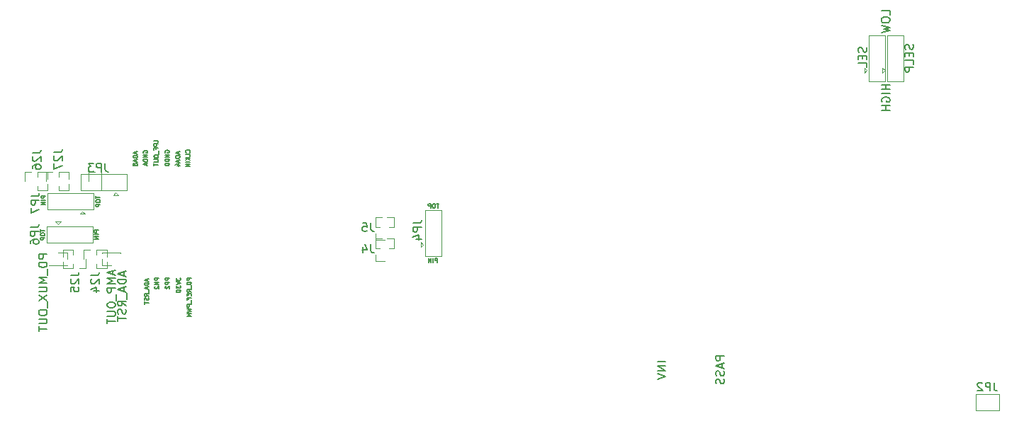
<source format=gbo>
G04 #@! TF.GenerationSoftware,KiCad,Pcbnew,(6.0.5-0)*
G04 #@! TF.CreationDate,2022-06-09T15:38:57+09:00*
G04 #@! TF.ProjectId,qLAMP-main,714c414d-502d-46d6-9169-6e2e6b696361,rev?*
G04 #@! TF.SameCoordinates,Original*
G04 #@! TF.FileFunction,Legend,Bot*
G04 #@! TF.FilePolarity,Positive*
%FSLAX46Y46*%
G04 Gerber Fmt 4.6, Leading zero omitted, Abs format (unit mm)*
G04 Created by KiCad (PCBNEW (6.0.5-0)) date 2022-06-09 15:38:57*
%MOMM*%
%LPD*%
G01*
G04 APERTURE LIST*
%ADD10C,0.127000*%
%ADD11C,0.150000*%
%ADD12C,0.149860*%
%ADD13C,0.120000*%
G04 APERTURE END LIST*
D10*
X134450095Y-106799809D02*
X134450095Y-106291809D01*
X134256571Y-106291809D01*
X134208190Y-106316000D01*
X134184000Y-106340190D01*
X134159809Y-106388571D01*
X134159809Y-106461142D01*
X134184000Y-106509523D01*
X134208190Y-106533714D01*
X134256571Y-106557904D01*
X134450095Y-106557904D01*
X133942095Y-106799809D02*
X133942095Y-106291809D01*
X133700190Y-106799809D02*
X133700190Y-106291809D01*
X133409904Y-106799809D01*
X133409904Y-106291809D01*
X134625238Y-99771809D02*
X134334952Y-99771809D01*
X134480095Y-100279809D02*
X134480095Y-99771809D01*
X134068857Y-99771809D02*
X133972095Y-99771809D01*
X133923714Y-99796000D01*
X133875333Y-99844380D01*
X133851142Y-99941142D01*
X133851142Y-100110476D01*
X133875333Y-100207238D01*
X133923714Y-100255619D01*
X133972095Y-100279809D01*
X134068857Y-100279809D01*
X134117238Y-100255619D01*
X134165619Y-100207238D01*
X134189809Y-100110476D01*
X134189809Y-99941142D01*
X134165619Y-99844380D01*
X134117238Y-99796000D01*
X134068857Y-99771809D01*
X133633428Y-100279809D02*
X133633428Y-99771809D01*
X133439904Y-99771809D01*
X133391523Y-99796000D01*
X133367333Y-99820190D01*
X133343142Y-99868571D01*
X133343142Y-99941142D01*
X133367333Y-99989523D01*
X133391523Y-100013714D01*
X133439904Y-100037904D01*
X133633428Y-100037904D01*
X102459809Y-108641047D02*
X101951809Y-108641047D01*
X101951809Y-108834571D01*
X101976000Y-108882952D01*
X102000190Y-108907142D01*
X102048571Y-108931333D01*
X102121142Y-108931333D01*
X102169523Y-108907142D01*
X102193714Y-108882952D01*
X102217904Y-108834571D01*
X102217904Y-108641047D01*
X102459809Y-109149047D02*
X101951809Y-109149047D01*
X101951809Y-109342571D01*
X101976000Y-109390952D01*
X102000190Y-109415142D01*
X102048571Y-109439333D01*
X102121142Y-109439333D01*
X102169523Y-109415142D01*
X102193714Y-109390952D01*
X102217904Y-109342571D01*
X102217904Y-109149047D01*
X102000190Y-109632857D02*
X101976000Y-109657047D01*
X101951809Y-109705428D01*
X101951809Y-109826380D01*
X101976000Y-109874761D01*
X102000190Y-109898952D01*
X102048571Y-109923142D01*
X102096952Y-109923142D01*
X102169523Y-109898952D01*
X102459809Y-109608666D01*
X102459809Y-109923142D01*
X103231809Y-108667047D02*
X103231809Y-108981523D01*
X103425333Y-108812190D01*
X103425333Y-108884761D01*
X103449523Y-108933142D01*
X103473714Y-108957333D01*
X103522095Y-108981523D01*
X103643047Y-108981523D01*
X103691428Y-108957333D01*
X103715619Y-108933142D01*
X103739809Y-108884761D01*
X103739809Y-108739619D01*
X103715619Y-108691238D01*
X103691428Y-108667047D01*
X103231809Y-109126666D02*
X103739809Y-109296000D01*
X103231809Y-109465333D01*
X103231809Y-109586285D02*
X103231809Y-109900761D01*
X103425333Y-109731428D01*
X103425333Y-109804000D01*
X103449523Y-109852380D01*
X103473714Y-109876571D01*
X103522095Y-109900761D01*
X103643047Y-109900761D01*
X103691428Y-109876571D01*
X103715619Y-109852380D01*
X103739809Y-109804000D01*
X103739809Y-109658857D01*
X103715619Y-109610476D01*
X103691428Y-109586285D01*
X103739809Y-110118476D02*
X103231809Y-110118476D01*
X103231809Y-110239428D01*
X103256000Y-110312000D01*
X103304380Y-110360380D01*
X103352761Y-110384571D01*
X103449523Y-110408761D01*
X103522095Y-110408761D01*
X103618857Y-110384571D01*
X103667238Y-110360380D01*
X103715619Y-110312000D01*
X103739809Y-110239428D01*
X103739809Y-110118476D01*
X87041809Y-102844761D02*
X87041809Y-103135047D01*
X87549809Y-102989904D02*
X87041809Y-102989904D01*
X87041809Y-103401142D02*
X87041809Y-103497904D01*
X87066000Y-103546285D01*
X87114380Y-103594666D01*
X87211142Y-103618857D01*
X87380476Y-103618857D01*
X87477238Y-103594666D01*
X87525619Y-103546285D01*
X87549809Y-103497904D01*
X87549809Y-103401142D01*
X87525619Y-103352761D01*
X87477238Y-103304380D01*
X87380476Y-103280190D01*
X87211142Y-103280190D01*
X87114380Y-103304380D01*
X87066000Y-103352761D01*
X87041809Y-103401142D01*
X87549809Y-103836571D02*
X87041809Y-103836571D01*
X87041809Y-104030095D01*
X87066000Y-104078476D01*
X87090190Y-104102666D01*
X87138571Y-104126857D01*
X87211142Y-104126857D01*
X87259523Y-104102666D01*
X87283714Y-104078476D01*
X87307904Y-104030095D01*
X87307904Y-103836571D01*
X99794666Y-108774380D02*
X99794666Y-109016285D01*
X99939809Y-108726000D02*
X99431809Y-108895333D01*
X99939809Y-109064666D01*
X99939809Y-109234000D02*
X99431809Y-109234000D01*
X99431809Y-109354952D01*
X99456000Y-109427523D01*
X99504380Y-109475904D01*
X99552761Y-109500095D01*
X99649523Y-109524285D01*
X99722095Y-109524285D01*
X99818857Y-109500095D01*
X99867238Y-109475904D01*
X99915619Y-109427523D01*
X99939809Y-109354952D01*
X99939809Y-109234000D01*
X99794666Y-109717809D02*
X99794666Y-109959714D01*
X99939809Y-109669428D02*
X99431809Y-109838761D01*
X99939809Y-110008095D01*
X99988190Y-110056476D02*
X99988190Y-110443523D01*
X99939809Y-110854761D02*
X99697904Y-110685428D01*
X99939809Y-110564476D02*
X99431809Y-110564476D01*
X99431809Y-110758000D01*
X99456000Y-110806380D01*
X99480190Y-110830571D01*
X99528571Y-110854761D01*
X99601142Y-110854761D01*
X99649523Y-110830571D01*
X99673714Y-110806380D01*
X99697904Y-110758000D01*
X99697904Y-110564476D01*
X99915619Y-111048285D02*
X99939809Y-111120857D01*
X99939809Y-111241809D01*
X99915619Y-111290190D01*
X99891428Y-111314380D01*
X99843047Y-111338571D01*
X99794666Y-111338571D01*
X99746285Y-111314380D01*
X99722095Y-111290190D01*
X99697904Y-111241809D01*
X99673714Y-111145047D01*
X99649523Y-111096666D01*
X99625333Y-111072476D01*
X99576952Y-111048285D01*
X99528571Y-111048285D01*
X99480190Y-111072476D01*
X99456000Y-111096666D01*
X99431809Y-111145047D01*
X99431809Y-111266000D01*
X99456000Y-111338571D01*
X99431809Y-111483714D02*
X99431809Y-111774000D01*
X99939809Y-111628857D02*
X99431809Y-111628857D01*
D11*
X95686666Y-107800952D02*
X95686666Y-108277142D01*
X95972380Y-107705714D02*
X94972380Y-108039047D01*
X95972380Y-108372380D01*
X95972380Y-108705714D02*
X94972380Y-108705714D01*
X95686666Y-109039047D01*
X94972380Y-109372380D01*
X95972380Y-109372380D01*
X95972380Y-109848571D02*
X94972380Y-109848571D01*
X94972380Y-110229523D01*
X95020000Y-110324761D01*
X95067619Y-110372380D01*
X95162857Y-110420000D01*
X95305714Y-110420000D01*
X95400952Y-110372380D01*
X95448571Y-110324761D01*
X95496190Y-110229523D01*
X95496190Y-109848571D01*
X96067619Y-110610476D02*
X96067619Y-111372380D01*
X94972380Y-111800952D02*
X94972380Y-111991428D01*
X95020000Y-112086666D01*
X95115238Y-112181904D01*
X95305714Y-112229523D01*
X95639047Y-112229523D01*
X95829523Y-112181904D01*
X95924761Y-112086666D01*
X95972380Y-111991428D01*
X95972380Y-111800952D01*
X95924761Y-111705714D01*
X95829523Y-111610476D01*
X95639047Y-111562857D01*
X95305714Y-111562857D01*
X95115238Y-111610476D01*
X95020000Y-111705714D01*
X94972380Y-111800952D01*
X94972380Y-112658095D02*
X95781904Y-112658095D01*
X95877142Y-112705714D01*
X95924761Y-112753333D01*
X95972380Y-112848571D01*
X95972380Y-113039047D01*
X95924761Y-113134285D01*
X95877142Y-113181904D01*
X95781904Y-113229523D01*
X94972380Y-113229523D01*
X94972380Y-113562857D02*
X94972380Y-114134285D01*
X95972380Y-113848571D02*
X94972380Y-113848571D01*
D10*
X93979809Y-102949904D02*
X93471809Y-102949904D01*
X93471809Y-103143428D01*
X93496000Y-103191809D01*
X93520190Y-103216000D01*
X93568571Y-103240190D01*
X93641142Y-103240190D01*
X93689523Y-103216000D01*
X93713714Y-103191809D01*
X93737904Y-103143428D01*
X93737904Y-102949904D01*
X93979809Y-103457904D02*
X93471809Y-103457904D01*
X93979809Y-103699809D02*
X93471809Y-103699809D01*
X93979809Y-103990095D01*
X93471809Y-103990095D01*
X104841428Y-93650571D02*
X104865619Y-93626380D01*
X104889809Y-93553809D01*
X104889809Y-93505428D01*
X104865619Y-93432857D01*
X104817238Y-93384476D01*
X104768857Y-93360285D01*
X104672095Y-93336095D01*
X104599523Y-93336095D01*
X104502761Y-93360285D01*
X104454380Y-93384476D01*
X104406000Y-93432857D01*
X104381809Y-93505428D01*
X104381809Y-93553809D01*
X104406000Y-93626380D01*
X104430190Y-93650571D01*
X104889809Y-94110190D02*
X104889809Y-93868285D01*
X104381809Y-93868285D01*
X104889809Y-94279523D02*
X104381809Y-94279523D01*
X104889809Y-94569809D02*
X104599523Y-94352095D01*
X104381809Y-94569809D02*
X104672095Y-94279523D01*
X104889809Y-94787523D02*
X104381809Y-94787523D01*
X104889809Y-95029428D02*
X104381809Y-95029428D01*
X104889809Y-95319714D01*
X104381809Y-95319714D01*
X105009809Y-108649809D02*
X104501809Y-108649809D01*
X104501809Y-108843333D01*
X104526000Y-108891714D01*
X104550190Y-108915904D01*
X104598571Y-108940095D01*
X104671142Y-108940095D01*
X104719523Y-108915904D01*
X104743714Y-108891714D01*
X104767904Y-108843333D01*
X104767904Y-108649809D01*
X105009809Y-109157809D02*
X104501809Y-109157809D01*
X104501809Y-109278761D01*
X104526000Y-109351333D01*
X104574380Y-109399714D01*
X104622761Y-109423904D01*
X104719523Y-109448095D01*
X104792095Y-109448095D01*
X104888857Y-109423904D01*
X104937238Y-109399714D01*
X104985619Y-109351333D01*
X105009809Y-109278761D01*
X105009809Y-109157809D01*
X105058190Y-109544857D02*
X105058190Y-109931904D01*
X105009809Y-110343142D02*
X104767904Y-110173809D01*
X105009809Y-110052857D02*
X104501809Y-110052857D01*
X104501809Y-110246380D01*
X104526000Y-110294761D01*
X104550190Y-110318952D01*
X104598571Y-110343142D01*
X104671142Y-110343142D01*
X104719523Y-110318952D01*
X104743714Y-110294761D01*
X104767904Y-110246380D01*
X104767904Y-110052857D01*
X104743714Y-110560857D02*
X104743714Y-110730190D01*
X105009809Y-110802761D02*
X105009809Y-110560857D01*
X104501809Y-110560857D01*
X104501809Y-110802761D01*
X104743714Y-111189809D02*
X104743714Y-111020476D01*
X105009809Y-111020476D02*
X104501809Y-111020476D01*
X104501809Y-111262380D01*
X105058190Y-111334952D02*
X105058190Y-111722000D01*
X105009809Y-111842952D02*
X104501809Y-111842952D01*
X104501809Y-112036476D01*
X104526000Y-112084857D01*
X104550190Y-112109047D01*
X104598571Y-112133238D01*
X104671142Y-112133238D01*
X104719523Y-112109047D01*
X104743714Y-112084857D01*
X104767904Y-112036476D01*
X104767904Y-111842952D01*
X104501809Y-112302571D02*
X105009809Y-112423523D01*
X104646952Y-112520285D01*
X105009809Y-112617047D01*
X104501809Y-112738000D01*
X105009809Y-112931523D02*
X104501809Y-112931523D01*
X104864666Y-113100857D01*
X104501809Y-113270190D01*
X105009809Y-113270190D01*
D11*
X185694761Y-81057142D02*
X185742380Y-81200000D01*
X185742380Y-81438095D01*
X185694761Y-81533333D01*
X185647142Y-81580952D01*
X185551904Y-81628571D01*
X185456666Y-81628571D01*
X185361428Y-81580952D01*
X185313809Y-81533333D01*
X185266190Y-81438095D01*
X185218571Y-81247619D01*
X185170952Y-81152380D01*
X185123333Y-81104761D01*
X185028095Y-81057142D01*
X184932857Y-81057142D01*
X184837619Y-81104761D01*
X184790000Y-81152380D01*
X184742380Y-81247619D01*
X184742380Y-81485714D01*
X184790000Y-81628571D01*
X185218571Y-82057142D02*
X185218571Y-82390476D01*
X185742380Y-82533333D02*
X185742380Y-82057142D01*
X184742380Y-82057142D01*
X184742380Y-82533333D01*
X185742380Y-83438095D02*
X185742380Y-82961904D01*
X184742380Y-82961904D01*
X188512380Y-85522380D02*
X187512380Y-85522380D01*
X187988571Y-85522380D02*
X187988571Y-86093809D01*
X188512380Y-86093809D02*
X187512380Y-86093809D01*
X188512380Y-86570000D02*
X187512380Y-86570000D01*
X187560000Y-87570000D02*
X187512380Y-87474761D01*
X187512380Y-87331904D01*
X187560000Y-87189047D01*
X187655238Y-87093809D01*
X187750476Y-87046190D01*
X187940952Y-86998571D01*
X188083809Y-86998571D01*
X188274285Y-87046190D01*
X188369523Y-87093809D01*
X188464761Y-87189047D01*
X188512380Y-87331904D01*
X188512380Y-87427142D01*
X188464761Y-87570000D01*
X188417142Y-87617619D01*
X188083809Y-87617619D01*
X188083809Y-87427142D01*
X188512380Y-88046190D02*
X187512380Y-88046190D01*
X187988571Y-88046190D02*
X187988571Y-88617619D01*
X188512380Y-88617619D02*
X187512380Y-88617619D01*
D10*
X87639809Y-98859904D02*
X87131809Y-98859904D01*
X87131809Y-99053428D01*
X87156000Y-99101809D01*
X87180190Y-99126000D01*
X87228571Y-99150190D01*
X87301142Y-99150190D01*
X87349523Y-99126000D01*
X87373714Y-99101809D01*
X87397904Y-99053428D01*
X87397904Y-98859904D01*
X87639809Y-99367904D02*
X87131809Y-99367904D01*
X87639809Y-99609809D02*
X87131809Y-99609809D01*
X87639809Y-99900095D01*
X87131809Y-99900095D01*
D11*
X191264761Y-80717142D02*
X191312380Y-80860000D01*
X191312380Y-81098095D01*
X191264761Y-81193333D01*
X191217142Y-81240952D01*
X191121904Y-81288571D01*
X191026666Y-81288571D01*
X190931428Y-81240952D01*
X190883809Y-81193333D01*
X190836190Y-81098095D01*
X190788571Y-80907619D01*
X190740952Y-80812380D01*
X190693333Y-80764761D01*
X190598095Y-80717142D01*
X190502857Y-80717142D01*
X190407619Y-80764761D01*
X190360000Y-80812380D01*
X190312380Y-80907619D01*
X190312380Y-81145714D01*
X190360000Y-81288571D01*
X190788571Y-81717142D02*
X190788571Y-82050476D01*
X191312380Y-82193333D02*
X191312380Y-81717142D01*
X190312380Y-81717142D01*
X190312380Y-82193333D01*
X191312380Y-83098095D02*
X191312380Y-82621904D01*
X190312380Y-82621904D01*
X191312380Y-83431428D02*
X190312380Y-83431428D01*
X190312380Y-83812380D01*
X190360000Y-83907619D01*
X190407619Y-83955238D01*
X190502857Y-84002857D01*
X190645714Y-84002857D01*
X190740952Y-83955238D01*
X190788571Y-83907619D01*
X190836190Y-83812380D01*
X190836190Y-83431428D01*
D10*
X101189809Y-108648952D02*
X100681809Y-108648952D01*
X100681809Y-108842476D01*
X100706000Y-108890857D01*
X100730190Y-108915047D01*
X100778571Y-108939238D01*
X100851142Y-108939238D01*
X100899523Y-108915047D01*
X100923714Y-108890857D01*
X100947904Y-108842476D01*
X100947904Y-108648952D01*
X101189809Y-109156952D02*
X100681809Y-109156952D01*
X101189809Y-109447238D01*
X100681809Y-109447238D01*
X100730190Y-109664952D02*
X100706000Y-109689142D01*
X100681809Y-109737523D01*
X100681809Y-109858476D01*
X100706000Y-109906857D01*
X100730190Y-109931047D01*
X100778571Y-109955238D01*
X100826952Y-109955238D01*
X100899523Y-109931047D01*
X101189809Y-109640761D01*
X101189809Y-109955238D01*
X98454675Y-93575425D02*
X98454675Y-93817330D01*
X98599818Y-93527044D02*
X98091818Y-93696377D01*
X98599818Y-93865711D01*
X98599818Y-94035044D02*
X98091818Y-94035044D01*
X98091818Y-94155997D01*
X98116009Y-94228568D01*
X98164389Y-94276949D01*
X98212770Y-94301139D01*
X98309532Y-94325330D01*
X98382104Y-94325330D01*
X98478866Y-94301139D01*
X98527247Y-94276949D01*
X98575628Y-94228568D01*
X98599818Y-94155997D01*
X98599818Y-94035044D01*
X98454675Y-94518854D02*
X98454675Y-94760758D01*
X98599818Y-94470473D02*
X98091818Y-94639806D01*
X98599818Y-94809139D01*
X98309532Y-95051044D02*
X98285342Y-95002663D01*
X98261151Y-94978473D01*
X98212770Y-94954282D01*
X98188580Y-94954282D01*
X98140199Y-94978473D01*
X98116009Y-95002663D01*
X98091818Y-95051044D01*
X98091818Y-95147806D01*
X98116009Y-95196187D01*
X98140199Y-95220377D01*
X98188580Y-95244568D01*
X98212770Y-95244568D01*
X98261151Y-95220377D01*
X98285342Y-95196187D01*
X98309532Y-95147806D01*
X98309532Y-95051044D01*
X98333723Y-95002663D01*
X98357913Y-94978473D01*
X98406294Y-94954282D01*
X98503056Y-94954282D01*
X98551437Y-94978473D01*
X98575628Y-95002663D01*
X98599818Y-95051044D01*
X98599818Y-95147806D01*
X98575628Y-95196187D01*
X98551437Y-95220377D01*
X98503056Y-95244568D01*
X98406294Y-95244568D01*
X98357913Y-95220377D01*
X98333723Y-95196187D01*
X98309532Y-95147806D01*
D12*
X161722390Y-118697621D02*
X160722390Y-118697621D01*
X161722390Y-119173811D02*
X160722390Y-119173811D01*
X161722390Y-119745240D01*
X160722390Y-119745240D01*
X160722390Y-120078573D02*
X161722390Y-120411906D01*
X160722390Y-120745240D01*
D11*
X96966676Y-107915235D02*
X96966676Y-108391425D01*
X97252390Y-107819997D02*
X96252390Y-108153330D01*
X97252390Y-108486663D01*
X97252390Y-108819997D02*
X96252390Y-108819997D01*
X96252390Y-109058092D01*
X96300010Y-109200949D01*
X96395248Y-109296187D01*
X96490486Y-109343806D01*
X96680962Y-109391425D01*
X96823819Y-109391425D01*
X97014295Y-109343806D01*
X97109533Y-109296187D01*
X97204771Y-109200949D01*
X97252390Y-109058092D01*
X97252390Y-108819997D01*
X96966676Y-109772377D02*
X96966676Y-110248568D01*
X97252390Y-109677139D02*
X96252390Y-110010473D01*
X97252390Y-110343806D01*
X97347629Y-110439044D02*
X97347629Y-111200949D01*
X97252390Y-112010473D02*
X96776200Y-111677139D01*
X97252390Y-111439044D02*
X96252390Y-111439044D01*
X96252390Y-111819997D01*
X96300010Y-111915235D01*
X96347629Y-111962854D01*
X96442867Y-112010473D01*
X96585724Y-112010473D01*
X96680962Y-111962854D01*
X96728581Y-111915235D01*
X96776200Y-111819997D01*
X96776200Y-111439044D01*
X97204771Y-112391425D02*
X97252390Y-112534282D01*
X97252390Y-112772377D01*
X97204771Y-112867616D01*
X97157152Y-112915235D01*
X97061914Y-112962854D01*
X96966676Y-112962854D01*
X96871438Y-112915235D01*
X96823819Y-112867616D01*
X96776200Y-112772377D01*
X96728581Y-112581901D01*
X96680962Y-112486663D01*
X96633343Y-112439044D01*
X96538105Y-112391425D01*
X96442867Y-112391425D01*
X96347629Y-112439044D01*
X96300010Y-112486663D01*
X96252390Y-112581901D01*
X96252390Y-112819997D01*
X96300010Y-112962854D01*
X96252390Y-113248568D02*
X96252390Y-113819997D01*
X97252390Y-113534282D02*
X96252390Y-113534282D01*
D10*
X93651809Y-98854761D02*
X93651809Y-99145047D01*
X94159809Y-98999904D02*
X93651809Y-98999904D01*
X93651809Y-99411142D02*
X93651809Y-99507904D01*
X93676000Y-99556285D01*
X93724380Y-99604666D01*
X93821142Y-99628857D01*
X93990476Y-99628857D01*
X94087238Y-99604666D01*
X94135619Y-99556285D01*
X94159809Y-99507904D01*
X94159809Y-99411142D01*
X94135619Y-99362761D01*
X94087238Y-99314380D01*
X93990476Y-99290190D01*
X93821142Y-99290190D01*
X93724380Y-99314380D01*
X93676000Y-99362761D01*
X93651809Y-99411142D01*
X94159809Y-99846571D02*
X93651809Y-99846571D01*
X93651809Y-100040095D01*
X93676000Y-100088476D01*
X93700190Y-100112666D01*
X93748571Y-100136857D01*
X93821142Y-100136857D01*
X93869523Y-100112666D01*
X93893714Y-100088476D01*
X93917904Y-100040095D01*
X93917904Y-99846571D01*
D11*
X188482380Y-77174285D02*
X188482380Y-76698095D01*
X187482380Y-76698095D01*
X187482380Y-77698095D02*
X187482380Y-77888571D01*
X187530000Y-77983809D01*
X187625238Y-78079047D01*
X187815714Y-78126666D01*
X188149047Y-78126666D01*
X188339523Y-78079047D01*
X188434761Y-77983809D01*
X188482380Y-77888571D01*
X188482380Y-77698095D01*
X188434761Y-77602857D01*
X188339523Y-77507619D01*
X188149047Y-77460000D01*
X187815714Y-77460000D01*
X187625238Y-77507619D01*
X187530000Y-77602857D01*
X187482380Y-77698095D01*
X187482380Y-78460000D02*
X188482380Y-78698095D01*
X187768095Y-78888571D01*
X188482380Y-79079047D01*
X187482380Y-79317142D01*
D10*
X103514660Y-93605422D02*
X103514660Y-93847327D01*
X103659803Y-93557041D02*
X103151803Y-93726374D01*
X103659803Y-93895708D01*
X103659803Y-94065041D02*
X103151803Y-94065041D01*
X103151803Y-94185994D01*
X103175994Y-94258565D01*
X103224374Y-94306946D01*
X103272755Y-94331136D01*
X103369517Y-94355327D01*
X103442089Y-94355327D01*
X103538851Y-94331136D01*
X103587232Y-94306946D01*
X103635613Y-94258565D01*
X103659803Y-94185994D01*
X103659803Y-94065041D01*
X103514660Y-94548851D02*
X103514660Y-94790755D01*
X103659803Y-94500470D02*
X103151803Y-94669803D01*
X103659803Y-94839136D01*
X103321136Y-95226184D02*
X103659803Y-95226184D01*
X103127613Y-95105232D02*
X103490470Y-94984279D01*
X103490470Y-95298755D01*
D12*
X87802370Y-105836193D02*
X86802370Y-105836193D01*
X86802370Y-106217145D01*
X86849990Y-106312383D01*
X86897609Y-106360003D01*
X86992847Y-106407622D01*
X87135704Y-106407622D01*
X87230942Y-106360003D01*
X87278561Y-106312383D01*
X87326180Y-106217145D01*
X87326180Y-105836193D01*
X87802370Y-106836193D02*
X86802370Y-106836193D01*
X86802370Y-107074288D01*
X86849990Y-107217145D01*
X86945228Y-107312383D01*
X87040466Y-107360003D01*
X87230942Y-107407622D01*
X87373799Y-107407622D01*
X87564275Y-107360003D01*
X87659513Y-107312383D01*
X87754751Y-107217145D01*
X87802370Y-107074288D01*
X87802370Y-106836193D01*
X87897609Y-107598098D02*
X87897609Y-108360003D01*
X87802370Y-108598098D02*
X86802370Y-108598098D01*
X87516656Y-108931431D01*
X86802370Y-109264764D01*
X87802370Y-109264764D01*
X86802370Y-109740955D02*
X87611894Y-109740955D01*
X87707132Y-109788574D01*
X87754751Y-109836193D01*
X87802370Y-109931431D01*
X87802370Y-110121907D01*
X87754751Y-110217145D01*
X87707132Y-110264764D01*
X87611894Y-110312383D01*
X86802370Y-110312383D01*
X86802370Y-110693336D02*
X87802370Y-111360003D01*
X86802370Y-111360003D02*
X87802370Y-110693336D01*
X87897609Y-111502860D02*
X87897609Y-112264764D01*
X86802370Y-112693336D02*
X86802370Y-112883812D01*
X86849990Y-112979050D01*
X86945228Y-113074288D01*
X87135704Y-113121907D01*
X87469037Y-113121907D01*
X87659513Y-113074288D01*
X87754751Y-112979050D01*
X87802370Y-112883812D01*
X87802370Y-112693336D01*
X87754751Y-112598098D01*
X87659513Y-112502860D01*
X87469037Y-112455241D01*
X87135704Y-112455241D01*
X86945228Y-112502860D01*
X86849990Y-112598098D01*
X86802370Y-112693336D01*
X86802370Y-113550479D02*
X87611894Y-113550479D01*
X87707132Y-113598098D01*
X87754751Y-113645717D01*
X87802370Y-113740955D01*
X87802370Y-113931431D01*
X87754751Y-114026669D01*
X87707132Y-114074288D01*
X87611894Y-114121907D01*
X86802370Y-114121907D01*
X86802370Y-114455241D02*
X86802370Y-115026669D01*
X87802370Y-114740955D02*
X86802370Y-114740955D01*
X86052385Y-93700472D02*
X86766671Y-93700472D01*
X86909528Y-93652853D01*
X87004766Y-93557615D01*
X87052385Y-93414757D01*
X87052385Y-93319519D01*
X86147624Y-94129043D02*
X86100005Y-94176662D01*
X86052385Y-94271900D01*
X86052385Y-94509996D01*
X86100005Y-94605234D01*
X86147624Y-94652853D01*
X86242862Y-94700472D01*
X86338100Y-94700472D01*
X86480957Y-94652853D01*
X87052385Y-94081424D01*
X87052385Y-94700472D01*
X86052385Y-95557615D02*
X86052385Y-95367138D01*
X86100005Y-95271900D01*
X86147624Y-95224281D01*
X86290481Y-95129043D01*
X86480957Y-95081424D01*
X86861909Y-95081424D01*
X86957147Y-95129043D01*
X87004766Y-95176662D01*
X87052385Y-95271900D01*
X87052385Y-95462376D01*
X87004766Y-95557615D01*
X86957147Y-95605234D01*
X86861909Y-95652853D01*
X86623814Y-95652853D01*
X86528576Y-95605234D01*
X86480957Y-95557615D01*
X86433338Y-95462376D01*
X86433338Y-95271900D01*
X86480957Y-95176662D01*
X86528576Y-95129043D01*
X86623814Y-95081424D01*
D10*
X99336000Y-93705238D02*
X99311809Y-93656857D01*
X99311809Y-93584285D01*
X99336000Y-93511714D01*
X99384380Y-93463333D01*
X99432761Y-93439142D01*
X99529523Y-93414952D01*
X99602095Y-93414952D01*
X99698857Y-93439142D01*
X99747238Y-93463333D01*
X99795619Y-93511714D01*
X99819809Y-93584285D01*
X99819809Y-93632666D01*
X99795619Y-93705238D01*
X99771428Y-93729428D01*
X99602095Y-93729428D01*
X99602095Y-93632666D01*
X99819809Y-93947142D02*
X99311809Y-93947142D01*
X99819809Y-94237428D01*
X99311809Y-94237428D01*
X99819809Y-94479333D02*
X99311809Y-94479333D01*
X99311809Y-94600285D01*
X99336000Y-94672857D01*
X99384380Y-94721238D01*
X99432761Y-94745428D01*
X99529523Y-94769619D01*
X99602095Y-94769619D01*
X99698857Y-94745428D01*
X99747238Y-94721238D01*
X99795619Y-94672857D01*
X99819809Y-94600285D01*
X99819809Y-94479333D01*
X99674666Y-94963142D02*
X99674666Y-95205047D01*
X99819809Y-94914761D02*
X99311809Y-95084095D01*
X99819809Y-95253428D01*
X101095800Y-92461297D02*
X101095800Y-92219392D01*
X100587800Y-92219392D01*
X101095800Y-92630631D02*
X100587800Y-92630631D01*
X100587800Y-92824154D01*
X100611991Y-92872535D01*
X100636181Y-92896726D01*
X100684562Y-92920916D01*
X100757133Y-92920916D01*
X100805514Y-92896726D01*
X100829705Y-92872535D01*
X100853895Y-92824154D01*
X100853895Y-92630631D01*
X100829705Y-93307964D02*
X100829705Y-93138631D01*
X101095800Y-93138631D02*
X100587800Y-93138631D01*
X100587800Y-93380535D01*
X101144181Y-93453107D02*
X101144181Y-93840154D01*
X100587800Y-94057869D02*
X100587800Y-94154631D01*
X100611991Y-94203012D01*
X100660371Y-94251392D01*
X100757133Y-94275583D01*
X100926467Y-94275583D01*
X101023229Y-94251392D01*
X101071610Y-94203012D01*
X101095800Y-94154631D01*
X101095800Y-94057869D01*
X101071610Y-94009488D01*
X101023229Y-93961107D01*
X100926467Y-93936916D01*
X100757133Y-93936916D01*
X100660371Y-93961107D01*
X100611991Y-94009488D01*
X100587800Y-94057869D01*
X100587800Y-94493297D02*
X100999038Y-94493297D01*
X101047419Y-94517488D01*
X101071610Y-94541678D01*
X101095800Y-94590059D01*
X101095800Y-94686821D01*
X101071610Y-94735202D01*
X101047419Y-94759392D01*
X100999038Y-94783583D01*
X100587800Y-94783583D01*
X100587800Y-94952916D02*
X100587800Y-95243202D01*
X101095800Y-95098059D02*
X100587800Y-95098059D01*
D12*
X168702386Y-117987154D02*
X167702386Y-117987154D01*
X167702386Y-118368107D01*
X167750006Y-118463345D01*
X167797625Y-118510964D01*
X167892863Y-118558583D01*
X168035720Y-118558583D01*
X168130958Y-118510964D01*
X168178577Y-118463345D01*
X168226196Y-118368107D01*
X168226196Y-117987154D01*
X168416672Y-118939535D02*
X168416672Y-119415726D01*
X168702386Y-118844297D02*
X167702386Y-119177631D01*
X168702386Y-119510964D01*
X168654767Y-119796678D02*
X168702386Y-119939535D01*
X168702386Y-120177631D01*
X168654767Y-120272869D01*
X168607148Y-120320488D01*
X168511910Y-120368107D01*
X168416672Y-120368107D01*
X168321434Y-120320488D01*
X168273815Y-120272869D01*
X168226196Y-120177631D01*
X168178577Y-119987154D01*
X168130958Y-119891916D01*
X168083339Y-119844297D01*
X167988101Y-119796678D01*
X167892863Y-119796678D01*
X167797625Y-119844297D01*
X167750006Y-119891916D01*
X167702386Y-119987154D01*
X167702386Y-120225250D01*
X167750006Y-120368107D01*
X168654767Y-120749059D02*
X168702386Y-120891916D01*
X168702386Y-121130012D01*
X168654767Y-121225250D01*
X168607148Y-121272869D01*
X168511910Y-121320488D01*
X168416672Y-121320488D01*
X168321434Y-121272869D01*
X168273815Y-121225250D01*
X168226196Y-121130012D01*
X168178577Y-120939535D01*
X168130958Y-120844297D01*
X168083339Y-120796678D01*
X167988101Y-120749059D01*
X167892863Y-120749059D01*
X167797625Y-120796678D01*
X167750006Y-120844297D01*
X167702386Y-120939535D01*
X167702386Y-121177631D01*
X167750006Y-121320488D01*
D10*
X101916000Y-93668952D02*
X101891809Y-93620571D01*
X101891809Y-93548000D01*
X101916000Y-93475428D01*
X101964380Y-93427047D01*
X102012761Y-93402857D01*
X102109523Y-93378666D01*
X102182095Y-93378666D01*
X102278857Y-93402857D01*
X102327238Y-93427047D01*
X102375619Y-93475428D01*
X102399809Y-93548000D01*
X102399809Y-93596380D01*
X102375619Y-93668952D01*
X102351428Y-93693142D01*
X102182095Y-93693142D01*
X102182095Y-93596380D01*
X102399809Y-93910857D02*
X101891809Y-93910857D01*
X102399809Y-94201142D01*
X101891809Y-94201142D01*
X102399809Y-94443047D02*
X101891809Y-94443047D01*
X101891809Y-94564000D01*
X101916000Y-94636571D01*
X101964380Y-94684952D01*
X102012761Y-94709142D01*
X102109523Y-94733333D01*
X102182095Y-94733333D01*
X102278857Y-94709142D01*
X102327238Y-94684952D01*
X102375619Y-94636571D01*
X102399809Y-94564000D01*
X102399809Y-94443047D01*
X102399809Y-94951047D02*
X101891809Y-94951047D01*
X101891809Y-95072000D01*
X101916000Y-95144571D01*
X101964380Y-95192952D01*
X102012761Y-95217142D01*
X102109523Y-95241333D01*
X102182095Y-95241333D01*
X102278857Y-95217142D01*
X102327238Y-95192952D01*
X102375619Y-95144571D01*
X102399809Y-95072000D01*
X102399809Y-94951047D01*
D11*
X85872380Y-98876666D02*
X86586666Y-98876666D01*
X86729523Y-98829047D01*
X86824761Y-98733809D01*
X86872380Y-98590952D01*
X86872380Y-98495714D01*
X86872380Y-99352857D02*
X85872380Y-99352857D01*
X85872380Y-99733809D01*
X85920000Y-99829047D01*
X85967619Y-99876666D01*
X86062857Y-99924285D01*
X86205714Y-99924285D01*
X86300952Y-99876666D01*
X86348571Y-99829047D01*
X86396190Y-99733809D01*
X86396190Y-99352857D01*
X85872380Y-100257619D02*
X85872380Y-100924285D01*
X86872380Y-100495714D01*
X85812380Y-102616666D02*
X86526666Y-102616666D01*
X86669523Y-102569047D01*
X86764761Y-102473809D01*
X86812380Y-102330952D01*
X86812380Y-102235714D01*
X86812380Y-103092857D02*
X85812380Y-103092857D01*
X85812380Y-103473809D01*
X85860000Y-103569047D01*
X85907619Y-103616666D01*
X86002857Y-103664285D01*
X86145714Y-103664285D01*
X86240952Y-103616666D01*
X86288571Y-103569047D01*
X86336190Y-103473809D01*
X86336190Y-103092857D01*
X85812380Y-104521428D02*
X85812380Y-104330952D01*
X85860000Y-104235714D01*
X85907619Y-104188095D01*
X86050476Y-104092857D01*
X86240952Y-104045238D01*
X86621904Y-104045238D01*
X86717142Y-104092857D01*
X86764761Y-104140476D01*
X86812380Y-104235714D01*
X86812380Y-104426190D01*
X86764761Y-104521428D01*
X86717142Y-104569047D01*
X86621904Y-104616666D01*
X86383809Y-104616666D01*
X86288571Y-104569047D01*
X86240952Y-104521428D01*
X86193333Y-104426190D01*
X86193333Y-104235714D01*
X86240952Y-104140476D01*
X86288571Y-104092857D01*
X86383809Y-104045238D01*
X200963333Y-121172380D02*
X200963333Y-121886666D01*
X201010952Y-122029523D01*
X201106190Y-122124761D01*
X201249047Y-122172380D01*
X201344285Y-122172380D01*
X200487142Y-122172380D02*
X200487142Y-121172380D01*
X200106190Y-121172380D01*
X200010952Y-121220000D01*
X199963333Y-121267619D01*
X199915714Y-121362857D01*
X199915714Y-121505714D01*
X199963333Y-121600952D01*
X200010952Y-121648571D01*
X200106190Y-121696190D01*
X200487142Y-121696190D01*
X199534761Y-121267619D02*
X199487142Y-121220000D01*
X199391904Y-121172380D01*
X199153809Y-121172380D01*
X199058571Y-121220000D01*
X199010952Y-121267619D01*
X198963333Y-121362857D01*
X198963333Y-121458095D01*
X199010952Y-121600952D01*
X199582380Y-122172380D01*
X198963333Y-122172380D01*
X90622380Y-108370476D02*
X91336666Y-108370476D01*
X91479523Y-108322857D01*
X91574761Y-108227619D01*
X91622380Y-108084761D01*
X91622380Y-107989523D01*
X90717619Y-108799047D02*
X90670000Y-108846666D01*
X90622380Y-108941904D01*
X90622380Y-109180000D01*
X90670000Y-109275238D01*
X90717619Y-109322857D01*
X90812857Y-109370476D01*
X90908095Y-109370476D01*
X91050952Y-109322857D01*
X91622380Y-108751428D01*
X91622380Y-109370476D01*
X90622380Y-110275238D02*
X90622380Y-109799047D01*
X91098571Y-109751428D01*
X91050952Y-109799047D01*
X91003333Y-109894285D01*
X91003333Y-110132380D01*
X91050952Y-110227619D01*
X91098571Y-110275238D01*
X91193809Y-110322857D01*
X91431904Y-110322857D01*
X91527142Y-110275238D01*
X91574761Y-110227619D01*
X91622380Y-110132380D01*
X91622380Y-109894285D01*
X91574761Y-109799047D01*
X91527142Y-109751428D01*
X93032380Y-108370476D02*
X93746666Y-108370476D01*
X93889523Y-108322857D01*
X93984761Y-108227619D01*
X94032380Y-108084761D01*
X94032380Y-107989523D01*
X93127619Y-108799047D02*
X93080000Y-108846666D01*
X93032380Y-108941904D01*
X93032380Y-109180000D01*
X93080000Y-109275238D01*
X93127619Y-109322857D01*
X93222857Y-109370476D01*
X93318095Y-109370476D01*
X93460952Y-109322857D01*
X94032380Y-108751428D01*
X94032380Y-109370476D01*
X93365714Y-110227619D02*
X94032380Y-110227619D01*
X92984761Y-109989523D02*
X93699047Y-109751428D01*
X93699047Y-110370476D01*
X131532386Y-102096676D02*
X132246672Y-102096676D01*
X132389529Y-102049057D01*
X132484767Y-101953819D01*
X132532386Y-101810962D01*
X132532386Y-101715724D01*
X132532386Y-102572867D02*
X131532386Y-102572867D01*
X131532386Y-102953819D01*
X131580006Y-103049057D01*
X131627625Y-103096676D01*
X131722863Y-103144295D01*
X131865720Y-103144295D01*
X131960958Y-103096676D01*
X132008577Y-103049057D01*
X132056196Y-102953819D01*
X132056196Y-102572867D01*
X131865720Y-104001438D02*
X132532386Y-104001438D01*
X131484767Y-103763343D02*
X132199053Y-103525248D01*
X132199053Y-104144295D01*
X88592385Y-93640478D02*
X89306671Y-93640478D01*
X89449528Y-93592859D01*
X89544766Y-93497621D01*
X89592385Y-93354763D01*
X89592385Y-93259525D01*
X88687624Y-94069049D02*
X88640005Y-94116668D01*
X88592385Y-94211906D01*
X88592385Y-94450002D01*
X88640005Y-94545240D01*
X88687624Y-94592859D01*
X88782862Y-94640478D01*
X88878100Y-94640478D01*
X89020957Y-94592859D01*
X89592385Y-94021430D01*
X89592385Y-94640478D01*
X88592385Y-94973811D02*
X88592385Y-95640478D01*
X89592385Y-95211906D01*
X126473333Y-104652380D02*
X126473333Y-105366666D01*
X126520952Y-105509523D01*
X126616190Y-105604761D01*
X126759047Y-105652380D01*
X126854285Y-105652380D01*
X125568571Y-104985714D02*
X125568571Y-105652380D01*
X125806666Y-104604761D02*
X126044761Y-105319047D01*
X125425714Y-105319047D01*
X126473333Y-102092380D02*
X126473333Y-102806666D01*
X126520952Y-102949523D01*
X126616190Y-103044761D01*
X126759047Y-103092380D01*
X126854285Y-103092380D01*
X125520952Y-102092380D02*
X125997142Y-102092380D01*
X126044761Y-102568571D01*
X125997142Y-102520952D01*
X125901904Y-102473333D01*
X125663809Y-102473333D01*
X125568571Y-102520952D01*
X125520952Y-102568571D01*
X125473333Y-102663809D01*
X125473333Y-102901904D01*
X125520952Y-102997142D01*
X125568571Y-103044761D01*
X125663809Y-103092380D01*
X125901904Y-103092380D01*
X125997142Y-103044761D01*
X126044761Y-102997142D01*
X94728333Y-94947380D02*
X94728333Y-95661666D01*
X94775952Y-95804523D01*
X94871190Y-95899761D01*
X95014047Y-95947380D01*
X95109285Y-95947380D01*
X94252142Y-95947380D02*
X94252142Y-94947380D01*
X93871190Y-94947380D01*
X93775952Y-94995000D01*
X93728333Y-95042619D01*
X93680714Y-95137857D01*
X93680714Y-95280714D01*
X93728333Y-95375952D01*
X93775952Y-95423571D01*
X93871190Y-95471190D01*
X94252142Y-95471190D01*
X93347380Y-94947380D02*
X92728333Y-94947380D01*
X93061666Y-95328333D01*
X92918809Y-95328333D01*
X92823571Y-95375952D01*
X92775952Y-95423571D01*
X92728333Y-95518809D01*
X92728333Y-95756904D01*
X92775952Y-95852142D01*
X92823571Y-95899761D01*
X92918809Y-95947380D01*
X93204523Y-95947380D01*
X93299761Y-95899761D01*
X93347380Y-95852142D01*
D13*
X90265998Y-107179994D02*
X90265998Y-107114994D01*
X88045998Y-107179994D02*
X88045998Y-107114994D01*
X90265998Y-107179994D02*
X88045998Y-107179994D01*
X90265998Y-106419994D02*
X90265998Y-105659994D01*
X90265998Y-105659994D02*
X89155998Y-105659994D01*
X90265998Y-107179994D02*
X89719469Y-107179994D01*
X88592527Y-107179994D02*
X88045998Y-107179994D01*
X96069469Y-105659994D02*
X96615998Y-105659994D01*
X94395998Y-105659994D02*
X94395998Y-105724994D01*
X94395998Y-107179994D02*
X95505998Y-107179994D01*
X94395998Y-105659994D02*
X94942527Y-105659994D01*
X94395998Y-105659994D02*
X96615998Y-105659994D01*
X96615998Y-105659994D02*
X96615998Y-105724994D01*
X94395998Y-106419994D02*
X94395998Y-107179994D01*
X91716000Y-101000000D02*
X92016000Y-100700000D01*
X92016000Y-100700000D02*
X92316000Y-101000000D01*
X93366000Y-100450000D02*
X93366000Y-98500000D01*
X92316000Y-101000000D02*
X91716000Y-101000000D01*
X87866000Y-98500000D02*
X87866000Y-100450000D01*
X87866000Y-100450000D02*
X93366000Y-100450000D01*
X93366000Y-98500000D02*
X87866000Y-98500000D01*
X94296000Y-98220005D02*
X94231000Y-98220005D01*
X94296000Y-97673476D02*
X94296000Y-98220005D01*
X94296000Y-96000005D02*
X94296000Y-98220005D01*
X94296000Y-96000005D02*
X94231000Y-96000005D01*
X93536000Y-96000005D02*
X92776000Y-96000005D01*
X94296000Y-96000005D02*
X94296000Y-96546534D01*
X92776000Y-96000005D02*
X92776000Y-97110005D01*
X89126000Y-102240000D02*
X88826000Y-101940000D01*
X89426000Y-101940000D02*
X89126000Y-102240000D01*
X88826000Y-101940000D02*
X89426000Y-101940000D01*
X93276000Y-102490000D02*
X87776000Y-102490000D01*
X93276000Y-104440000D02*
X93276000Y-102490000D01*
X87776000Y-102490000D02*
X87776000Y-104440000D01*
X87776000Y-104440000D02*
X93276000Y-104440000D01*
X198730000Y-124520000D02*
X201530000Y-124520000D01*
X201530000Y-122520000D02*
X198730000Y-122520000D01*
X201530000Y-124520000D02*
X201530000Y-122520000D01*
X198730000Y-122520000D02*
X198730000Y-124520000D01*
X87881000Y-96000005D02*
X87881000Y-96802475D01*
X86676000Y-98220005D02*
X87881000Y-98220005D01*
X86676000Y-96000005D02*
X87881000Y-96000005D01*
X85156000Y-96000005D02*
X85156000Y-97110005D01*
X85916000Y-96000005D02*
X85156000Y-96000005D01*
X86676000Y-96000005D02*
X86676000Y-96546534D01*
X87881000Y-97417535D02*
X87881000Y-98220005D01*
X86676000Y-97673476D02*
X86676000Y-98220005D01*
X186007487Y-85140005D02*
X187957487Y-85140005D01*
X185457487Y-83490005D02*
X185757487Y-83790005D01*
X186007487Y-79640005D02*
X186007487Y-85140005D01*
X185757487Y-83790005D02*
X185457487Y-84090005D01*
X187957487Y-85140005D02*
X187957487Y-79640005D01*
X187957487Y-79640005D02*
X186007487Y-79640005D01*
X185457487Y-84090005D02*
X185457487Y-83490005D01*
X90935998Y-107529994D02*
X89730998Y-107529994D01*
X89730998Y-106112464D02*
X89730998Y-105309994D01*
X91695998Y-107529994D02*
X92455998Y-107529994D01*
X90935998Y-105856523D02*
X90935998Y-105309994D01*
X90935998Y-105309994D02*
X89730998Y-105309994D01*
X90935998Y-107529994D02*
X90935998Y-106983465D01*
X92455998Y-107529994D02*
X92455998Y-106419994D01*
X89730998Y-107529994D02*
X89730998Y-106727524D01*
X93725998Y-107529994D02*
X94930998Y-107529994D01*
X92965998Y-105309994D02*
X92205998Y-105309994D01*
X94930998Y-106727524D02*
X94930998Y-107529994D01*
X94930998Y-105309994D02*
X94930998Y-106112464D01*
X93725998Y-106983465D02*
X93725998Y-107529994D01*
X93725998Y-105309994D02*
X93725998Y-105856523D01*
X92205998Y-105309994D02*
X92205998Y-106419994D01*
X93725998Y-105309994D02*
X94930998Y-105309994D01*
X134950000Y-106030000D02*
X134950000Y-100530000D01*
X133000000Y-100530000D02*
X133000000Y-106030000D01*
X134950000Y-100530000D02*
X133000000Y-100530000D01*
X132450000Y-104980000D02*
X132450000Y-104380000D01*
X132750000Y-104680000D02*
X132450000Y-104980000D01*
X132450000Y-104380000D02*
X132750000Y-104680000D01*
X133000000Y-106030000D02*
X134950000Y-106030000D01*
X87696000Y-96000005D02*
X87696000Y-97110005D01*
X89216000Y-96000005D02*
X90421000Y-96000005D01*
X88456000Y-96000005D02*
X87696000Y-96000005D01*
X90421000Y-96000005D02*
X90421000Y-96802475D01*
X90421000Y-97417535D02*
X90421000Y-98220005D01*
X89216000Y-96000005D02*
X89216000Y-96546534D01*
X89216000Y-98220005D02*
X90421000Y-98220005D01*
X89216000Y-97673476D02*
X89216000Y-98220005D01*
X190100003Y-79640005D02*
X188150003Y-79640005D01*
X188150003Y-85140005D02*
X190100003Y-85140005D01*
X187600003Y-84090005D02*
X187600003Y-83490005D01*
X188150003Y-79640005D02*
X188150003Y-85140005D01*
X187600003Y-83490005D02*
X187900003Y-83790005D01*
X187900003Y-83790005D02*
X187600003Y-84090005D01*
X190100003Y-85140005D02*
X190100003Y-79640005D01*
X129245000Y-105150000D02*
X129245000Y-103945000D01*
X127025000Y-103945000D02*
X127827470Y-103945000D01*
X128698471Y-105150000D02*
X129245000Y-105150000D01*
X127025000Y-105150000D02*
X127025000Y-103945000D01*
X127025000Y-105150000D02*
X127571529Y-105150000D01*
X128442530Y-103945000D02*
X129245000Y-103945000D01*
X127025000Y-106670000D02*
X128135000Y-106670000D01*
X127025000Y-105910000D02*
X127025000Y-106670000D01*
X127025000Y-101405000D02*
X127827470Y-101405000D01*
X127025000Y-102610000D02*
X127025000Y-101405000D01*
X128442530Y-101405000D02*
X129245000Y-101405000D01*
X127025000Y-103370000D02*
X127025000Y-104130000D01*
X127025000Y-102610000D02*
X127571529Y-102610000D01*
X129245000Y-102610000D02*
X129245000Y-101405000D01*
X128698471Y-102610000D02*
X129245000Y-102610000D01*
X127025000Y-104130000D02*
X128135000Y-104130000D01*
X97370000Y-96270000D02*
X91870000Y-96270000D01*
X91870000Y-98220000D02*
X97370000Y-98220000D01*
X96320000Y-98770000D02*
X95720000Y-98770000D01*
X97370000Y-98220000D02*
X97370000Y-96270000D01*
X96020000Y-98470000D02*
X96320000Y-98770000D01*
X95720000Y-98770000D02*
X96020000Y-98470000D01*
X91870000Y-96270000D02*
X91870000Y-98220000D01*
M02*

</source>
